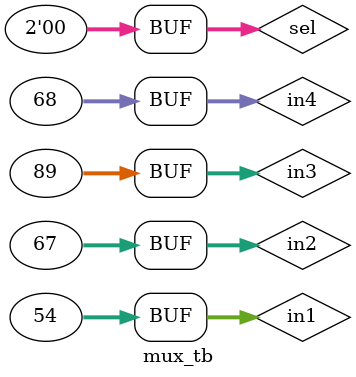
<source format=sv>
`timescale 1ns / 1ps
`default_nettype none

module mux_tb;
logic [31:0] in1, in2, in3, in4, out;
logic[1:0] sel;

 
Mux_4x1 uut(
    .in1(in1),
    .in2(in2),
    .in3(in3),
    .in4(in4),
    .sel(sel),
    .out(out)
);


initial begin
    $dumpfile("mux_tb.vcd");
    $dumpvars(0, mux_tb, uut);
end

initial begin
    in1 = 54;
    in2 = 67;
    in3 = 89;
    in4 = 68;
    sel = 0;
    #20;
    for (int i  = 0; i < 4; i = i + 1) begin
        sel = sel + 1;
        #20;
    end
end

endmodule

</source>
